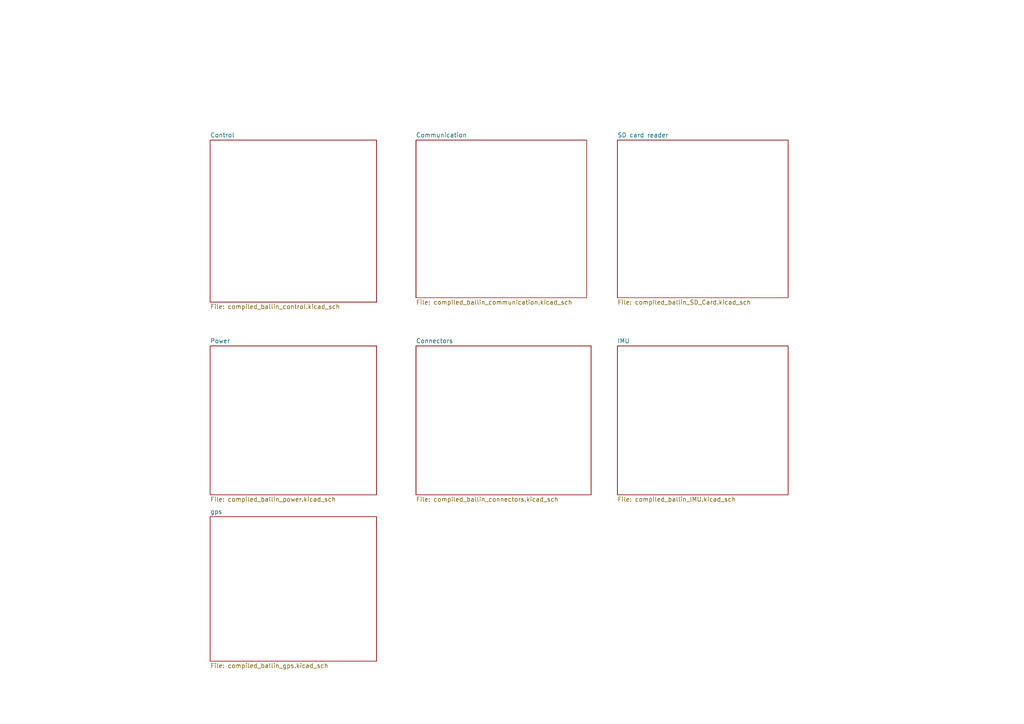
<source format=kicad_sch>
(kicad_sch
	(version 20250114)
	(generator "eeschema")
	(generator_version "9.0")
	(uuid "54ff40da-566e-4b08-aced-2230b7e9688d")
	(paper "A4")
	(lib_symbols)
	(sheet
		(at 60.96 40.64)
		(size 48.26 46.99)
		(exclude_from_sim no)
		(in_bom yes)
		(on_board yes)
		(dnp no)
		(fields_autoplaced yes)
		(stroke
			(width 0.1524)
			(type solid)
		)
		(fill
			(color 0 0 0 0.0000)
		)
		(uuid "09444bb4-40f2-4d88-b93e-6c1a62ca6ced")
		(property "Sheetname" "Control"
			(at 60.96 39.9284 0)
			(effects
				(font
					(size 1.27 1.27)
				)
				(justify left bottom)
			)
		)
		(property "Sheetfile" "compiled_ballin_control.kicad_sch"
			(at 60.96 88.2146 0)
			(effects
				(font
					(size 1.27 1.27)
				)
				(justify left top)
			)
		)
		(instances
			(project "compiled ballin balloon"
				(path "/54ff40da-566e-4b08-aced-2230b7e9688d"
					(page "2")
				)
			)
		)
	)
	(sheet
		(at 120.65 40.64)
		(size 49.53 45.72)
		(exclude_from_sim no)
		(in_bom yes)
		(on_board yes)
		(dnp no)
		(fields_autoplaced yes)
		(stroke
			(width 0.1524)
			(type solid)
		)
		(fill
			(color 0 0 0 0.0000)
		)
		(uuid "4503edd3-8384-435c-96c5-cb636a5e6e21")
		(property "Sheetname" "Communication"
			(at 120.65 39.9284 0)
			(effects
				(font
					(size 1.27 1.27)
				)
				(justify left bottom)
			)
		)
		(property "Sheetfile" "compiled_ballin_communication.kicad_sch"
			(at 120.65 86.9446 0)
			(effects
				(font
					(size 1.27 1.27)
				)
				(justify left top)
			)
		)
		(instances
			(project "compiled ballin balloon"
				(path "/54ff40da-566e-4b08-aced-2230b7e9688d"
					(page "4")
				)
			)
		)
	)
	(sheet
		(at 60.96 149.86)
		(size 48.26 41.91)
		(exclude_from_sim no)
		(in_bom yes)
		(on_board yes)
		(dnp no)
		(fields_autoplaced yes)
		(stroke
			(width 0.1524)
			(type solid)
		)
		(fill
			(color 0 0 0 0.0000)
		)
		(uuid "7226ebaf-ed52-4419-a446-35b574995e76")
		(property "Sheetname" "gps"
			(at 60.96 149.1484 0)
			(effects
				(font
					(size 1.27 1.27)
				)
				(justify left bottom)
			)
		)
		(property "Sheetfile" "compiled_ballin_gps.kicad_sch"
			(at 60.96 192.3546 0)
			(effects
				(font
					(size 1.27 1.27)
				)
				(justify left top)
			)
		)
		(instances
			(project "compiled ballin balloon"
				(path "/54ff40da-566e-4b08-aced-2230b7e9688d"
					(page "8")
				)
			)
		)
	)
	(sheet
		(at 179.07 40.64)
		(size 49.53 45.72)
		(exclude_from_sim no)
		(in_bom yes)
		(on_board yes)
		(dnp no)
		(fields_autoplaced yes)
		(stroke
			(width 0.1524)
			(type solid)
		)
		(fill
			(color 0 0 0 0.0000)
		)
		(uuid "9221754b-e565-48f9-b643-0ef39605f56e")
		(property "Sheetname" "SD card reader"
			(at 179.07 39.9284 0)
			(effects
				(font
					(size 1.27 1.27)
				)
				(justify left bottom)
			)
		)
		(property "Sheetfile" "compiled_ballin_SD_Card.kicad_sch"
			(at 179.07 86.9446 0)
			(effects
				(font
					(size 1.27 1.27)
				)
				(justify left top)
			)
		)
		(property "Field2" ""
			(at 179.07 40.64 0)
			(effects
				(font
					(size 1.27 1.27)
				)
			)
		)
		(instances
			(project "compiled ballin balloon"
				(path "/54ff40da-566e-4b08-aced-2230b7e9688d"
					(page "7")
				)
			)
		)
	)
	(sheet
		(at 60.96 100.33)
		(size 48.26 43.18)
		(exclude_from_sim no)
		(in_bom yes)
		(on_board yes)
		(dnp no)
		(fields_autoplaced yes)
		(stroke
			(width 0.1524)
			(type solid)
		)
		(fill
			(color 0 0 0 0.0000)
		)
		(uuid "b507ac10-c5d6-4697-b362-17e8d360bd8d")
		(property "Sheetname" "Power"
			(at 60.96 99.6184 0)
			(effects
				(font
					(size 1.27 1.27)
				)
				(justify left bottom)
			)
		)
		(property "Sheetfile" "compiled_ballin_power.kicad_sch"
			(at 60.96 144.0946 0)
			(effects
				(font
					(size 1.27 1.27)
				)
				(justify left top)
			)
		)
		(instances
			(project "compiled ballin balloon"
				(path "/54ff40da-566e-4b08-aced-2230b7e9688d"
					(page "3")
				)
			)
		)
	)
	(sheet
		(at 120.65 100.33)
		(size 50.8 43.18)
		(exclude_from_sim no)
		(in_bom yes)
		(on_board yes)
		(dnp no)
		(fields_autoplaced yes)
		(stroke
			(width 0.1524)
			(type solid)
		)
		(fill
			(color 0 0 0 0.0000)
		)
		(uuid "c8274c00-b8ad-457b-b1fa-8b46324e1398")
		(property "Sheetname" "Connectors"
			(at 120.65 99.6184 0)
			(effects
				(font
					(size 1.27 1.27)
				)
				(justify left bottom)
			)
		)
		(property "Sheetfile" "compiled_ballin_connectors.kicad_sch"
			(at 120.65 144.0946 0)
			(effects
				(font
					(size 1.27 1.27)
				)
				(justify left top)
			)
		)
		(instances
			(project "compiled ballin balloon"
				(path "/54ff40da-566e-4b08-aced-2230b7e9688d"
					(page "6")
				)
			)
		)
	)
	(sheet
		(at 179.07 100.33)
		(size 49.53 43.18)
		(exclude_from_sim no)
		(in_bom yes)
		(on_board yes)
		(dnp no)
		(fields_autoplaced yes)
		(stroke
			(width 0.1524)
			(type solid)
		)
		(fill
			(color 0 0 0 0.0000)
		)
		(uuid "fd9a6934-9ed4-42ef-b5fc-bc3cf5bbd3bc")
		(property "Sheetname" "IMU"
			(at 179.07 99.6184 0)
			(effects
				(font
					(size 1.27 1.27)
				)
				(justify left bottom)
			)
		)
		(property "Sheetfile" "compiled_ballin_IMU.kicad_sch"
			(at 179.07 144.0946 0)
			(effects
				(font
					(size 1.27 1.27)
				)
				(justify left top)
			)
		)
		(instances
			(project "compiled ballin balloon"
				(path "/54ff40da-566e-4b08-aced-2230b7e9688d"
					(page "5")
				)
			)
		)
	)
	(sheet_instances
		(path "/"
			(page "1")
		)
	)
	(embedded_fonts no)
)

</source>
